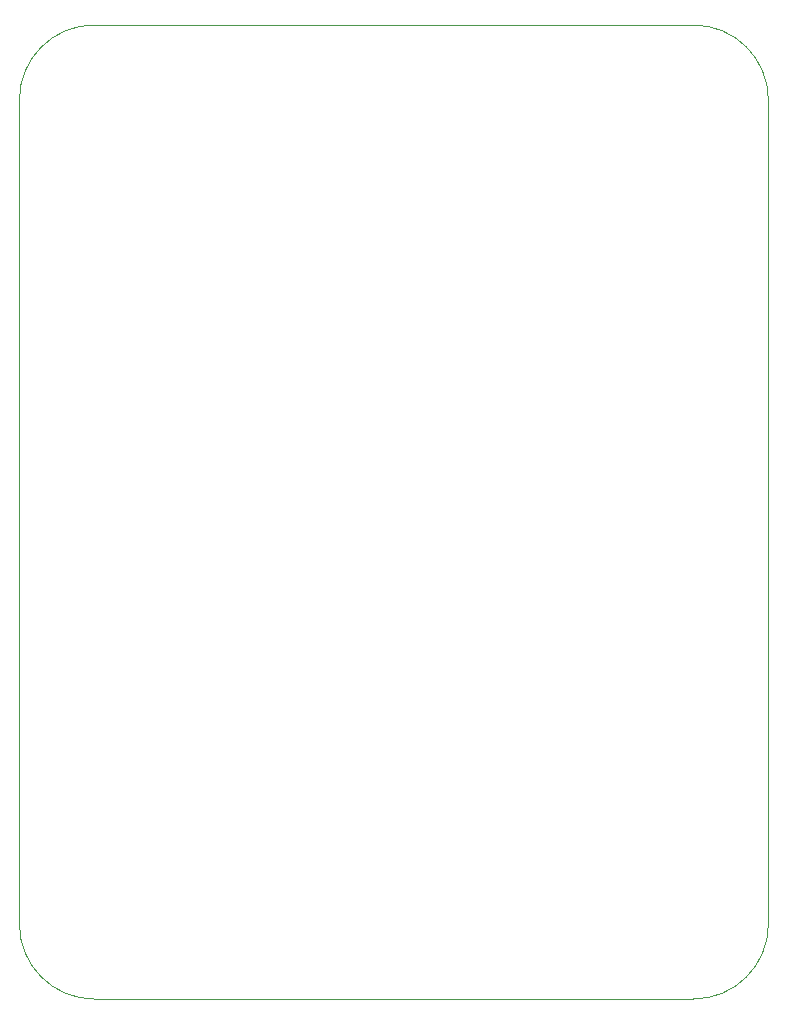
<source format=gbr>
%TF.GenerationSoftware,KiCad,Pcbnew,7.0.5*%
%TF.CreationDate,2023-09-16T15:31:54-07:00*%
%TF.ProjectId,ADS1219Module,41445331-3231-4394-9d6f-64756c652e6b,rev?*%
%TF.SameCoordinates,Original*%
%TF.FileFunction,Profile,NP*%
%FSLAX46Y46*%
G04 Gerber Fmt 4.6, Leading zero omitted, Abs format (unit mm)*
G04 Created by KiCad (PCBNEW 7.0.5) date 2023-09-16 15:31:54*
%MOMM*%
%LPD*%
G01*
G04 APERTURE LIST*
%TA.AperFunction,Profile*%
%ADD10C,0.100000*%
%TD*%
G04 APERTURE END LIST*
D10*
X209550000Y-50800000D02*
G75*
G03*
X203200000Y-44450000I-6350000J0D01*
G01*
X146050000Y-120650000D02*
G75*
G03*
X152400000Y-127000000I6350000J0D01*
G01*
X152400000Y-44450000D02*
G75*
G03*
X146050000Y-50800000I0J-6350000D01*
G01*
X203200000Y-127000000D02*
X152400000Y-127000000D01*
X209550000Y-50800000D02*
X209550000Y-120650000D01*
X146050000Y-120650000D02*
X146050000Y-50800000D01*
X152400000Y-44450000D02*
X203200000Y-44450000D01*
X203200000Y-127000000D02*
G75*
G03*
X209550000Y-120650000I0J6350000D01*
G01*
M02*

</source>
